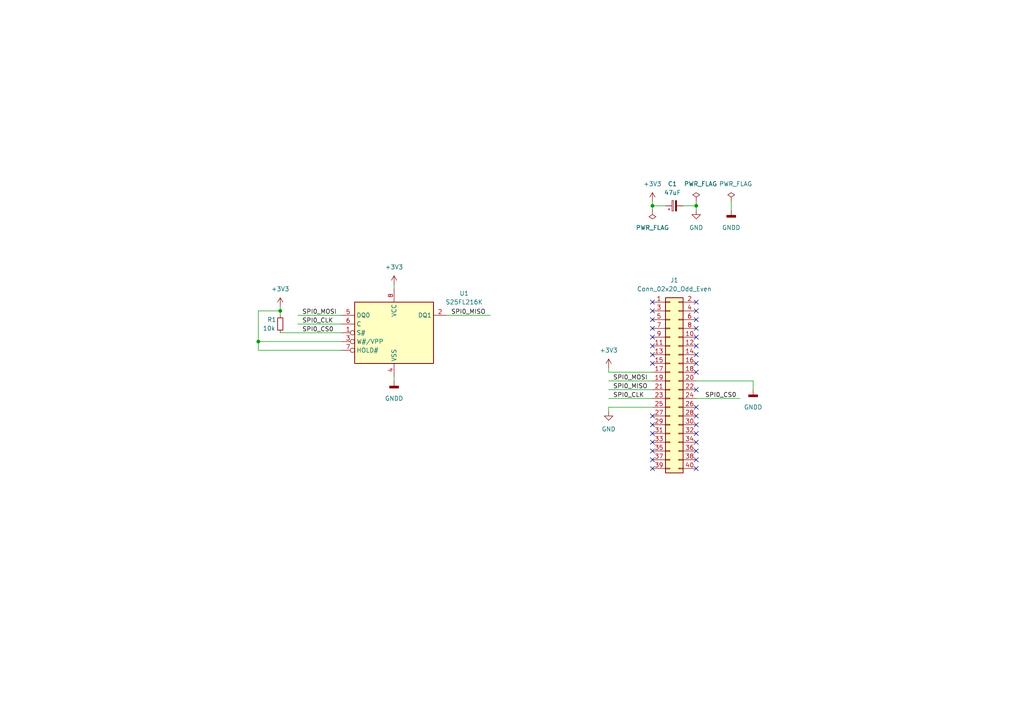
<source format=kicad_sch>
(kicad_sch (version 20211123) (generator eeschema)

  (uuid e63e39d7-6ac0-4ffd-8aa3-1841a4541b55)

  (paper "A4")

  (lib_symbols
    (symbol "Connector_Generic:Conn_02x20_Odd_Even" (pin_names (offset 1.016) hide) (in_bom yes) (on_board yes)
      (property "Reference" "J" (id 0) (at 1.27 25.4 0)
        (effects (font (size 1.27 1.27)))
      )
      (property "Value" "Conn_02x20_Odd_Even" (id 1) (at 1.27 -27.94 0)
        (effects (font (size 1.27 1.27)))
      )
      (property "Footprint" "" (id 2) (at 0 0 0)
        (effects (font (size 1.27 1.27)) hide)
      )
      (property "Datasheet" "~" (id 3) (at 0 0 0)
        (effects (font (size 1.27 1.27)) hide)
      )
      (property "ki_keywords" "connector" (id 4) (at 0 0 0)
        (effects (font (size 1.27 1.27)) hide)
      )
      (property "ki_description" "Generic connector, double row, 02x20, odd/even pin numbering scheme (row 1 odd numbers, row 2 even numbers), script generated (kicad-library-utils/schlib/autogen/connector/)" (id 5) (at 0 0 0)
        (effects (font (size 1.27 1.27)) hide)
      )
      (property "ki_fp_filters" "Connector*:*_2x??_*" (id 6) (at 0 0 0)
        (effects (font (size 1.27 1.27)) hide)
      )
      (symbol "Conn_02x20_Odd_Even_1_1"
        (rectangle (start -1.27 -25.273) (end 0 -25.527)
          (stroke (width 0.1524) (type default) (color 0 0 0 0))
          (fill (type none))
        )
        (rectangle (start -1.27 -22.733) (end 0 -22.987)
          (stroke (width 0.1524) (type default) (color 0 0 0 0))
          (fill (type none))
        )
        (rectangle (start -1.27 -20.193) (end 0 -20.447)
          (stroke (width 0.1524) (type default) (color 0 0 0 0))
          (fill (type none))
        )
        (rectangle (start -1.27 -17.653) (end 0 -17.907)
          (stroke (width 0.1524) (type default) (color 0 0 0 0))
          (fill (type none))
        )
        (rectangle (start -1.27 -15.113) (end 0 -15.367)
          (stroke (width 0.1524) (type default) (color 0 0 0 0))
          (fill (type none))
        )
        (rectangle (start -1.27 -12.573) (end 0 -12.827)
          (stroke (width 0.1524) (type default) (color 0 0 0 0))
          (fill (type none))
        )
        (rectangle (start -1.27 -10.033) (end 0 -10.287)
          (stroke (width 0.1524) (type default) (color 0 0 0 0))
          (fill (type none))
        )
        (rectangle (start -1.27 -7.493) (end 0 -7.747)
          (stroke (width 0.1524) (type default) (color 0 0 0 0))
          (fill (type none))
        )
        (rectangle (start -1.27 -4.953) (end 0 -5.207)
          (stroke (width 0.1524) (type default) (color 0 0 0 0))
          (fill (type none))
        )
        (rectangle (start -1.27 -2.413) (end 0 -2.667)
          (stroke (width 0.1524) (type default) (color 0 0 0 0))
          (fill (type none))
        )
        (rectangle (start -1.27 0.127) (end 0 -0.127)
          (stroke (width 0.1524) (type default) (color 0 0 0 0))
          (fill (type none))
        )
        (rectangle (start -1.27 2.667) (end 0 2.413)
          (stroke (width 0.1524) (type default) (color 0 0 0 0))
          (fill (type none))
        )
        (rectangle (start -1.27 5.207) (end 0 4.953)
          (stroke (width 0.1524) (type default) (color 0 0 0 0))
          (fill (type none))
        )
        (rectangle (start -1.27 7.747) (end 0 7.493)
          (stroke (width 0.1524) (type default) (color 0 0 0 0))
          (fill (type none))
        )
        (rectangle (start -1.27 10.287) (end 0 10.033)
          (stroke (width 0.1524) (type default) (color 0 0 0 0))
          (fill (type none))
        )
        (rectangle (start -1.27 12.827) (end 0 12.573)
          (stroke (width 0.1524) (type default) (color 0 0 0 0))
          (fill (type none))
        )
        (rectangle (start -1.27 15.367) (end 0 15.113)
          (stroke (width 0.1524) (type default) (color 0 0 0 0))
          (fill (type none))
        )
        (rectangle (start -1.27 17.907) (end 0 17.653)
          (stroke (width 0.1524) (type default) (color 0 0 0 0))
          (fill (type none))
        )
        (rectangle (start -1.27 20.447) (end 0 20.193)
          (stroke (width 0.1524) (type default) (color 0 0 0 0))
          (fill (type none))
        )
        (rectangle (start -1.27 22.987) (end 0 22.733)
          (stroke (width 0.1524) (type default) (color 0 0 0 0))
          (fill (type none))
        )
        (rectangle (start -1.27 24.13) (end 3.81 -26.67)
          (stroke (width 0.254) (type default) (color 0 0 0 0))
          (fill (type background))
        )
        (rectangle (start 3.81 -25.273) (end 2.54 -25.527)
          (stroke (width 0.1524) (type default) (color 0 0 0 0))
          (fill (type none))
        )
        (rectangle (start 3.81 -22.733) (end 2.54 -22.987)
          (stroke (width 0.1524) (type default) (color 0 0 0 0))
          (fill (type none))
        )
        (rectangle (start 3.81 -20.193) (end 2.54 -20.447)
          (stroke (width 0.1524) (type default) (color 0 0 0 0))
          (fill (type none))
        )
        (rectangle (start 3.81 -17.653) (end 2.54 -17.907)
          (stroke (width 0.1524) (type default) (color 0 0 0 0))
          (fill (type none))
        )
        (rectangle (start 3.81 -15.113) (end 2.54 -15.367)
          (stroke (width 0.1524) (type default) (color 0 0 0 0))
          (fill (type none))
        )
        (rectangle (start 3.81 -12.573) (end 2.54 -12.827)
          (stroke (width 0.1524) (type default) (color 0 0 0 0))
          (fill (type none))
        )
        (rectangle (start 3.81 -10.033) (end 2.54 -10.287)
          (stroke (width 0.1524) (type default) (color 0 0 0 0))
          (fill (type none))
        )
        (rectangle (start 3.81 -7.493) (end 2.54 -7.747)
          (stroke (width 0.1524) (type default) (color 0 0 0 0))
          (fill (type none))
        )
        (rectangle (start 3.81 -4.953) (end 2.54 -5.207)
          (stroke (width 0.1524) (type default) (color 0 0 0 0))
          (fill (type none))
        )
        (rectangle (start 3.81 -2.413) (end 2.54 -2.667)
          (stroke (width 0.1524) (type default) (color 0 0 0 0))
          (fill (type none))
        )
        (rectangle (start 3.81 0.127) (end 2.54 -0.127)
          (stroke (width 0.1524) (type default) (color 0 0 0 0))
          (fill (type none))
        )
        (rectangle (start 3.81 2.667) (end 2.54 2.413)
          (stroke (width 0.1524) (type default) (color 0 0 0 0))
          (fill (type none))
        )
        (rectangle (start 3.81 5.207) (end 2.54 4.953)
          (stroke (width 0.1524) (type default) (color 0 0 0 0))
          (fill (type none))
        )
        (rectangle (start 3.81 7.747) (end 2.54 7.493)
          (stroke (width 0.1524) (type default) (color 0 0 0 0))
          (fill (type none))
        )
        (rectangle (start 3.81 10.287) (end 2.54 10.033)
          (stroke (width 0.1524) (type default) (color 0 0 0 0))
          (fill (type none))
        )
        (rectangle (start 3.81 12.827) (end 2.54 12.573)
          (stroke (width 0.1524) (type default) (color 0 0 0 0))
          (fill (type none))
        )
        (rectangle (start 3.81 15.367) (end 2.54 15.113)
          (stroke (width 0.1524) (type default) (color 0 0 0 0))
          (fill (type none))
        )
        (rectangle (start 3.81 17.907) (end 2.54 17.653)
          (stroke (width 0.1524) (type default) (color 0 0 0 0))
          (fill (type none))
        )
        (rectangle (start 3.81 20.447) (end 2.54 20.193)
          (stroke (width 0.1524) (type default) (color 0 0 0 0))
          (fill (type none))
        )
        (rectangle (start 3.81 22.987) (end 2.54 22.733)
          (stroke (width 0.1524) (type default) (color 0 0 0 0))
          (fill (type none))
        )
        (pin passive line (at -5.08 22.86 0) (length 3.81)
          (name "Pin_1" (effects (font (size 1.27 1.27))))
          (number "1" (effects (font (size 1.27 1.27))))
        )
        (pin passive line (at 7.62 12.7 180) (length 3.81)
          (name "Pin_10" (effects (font (size 1.27 1.27))))
          (number "10" (effects (font (size 1.27 1.27))))
        )
        (pin passive line (at -5.08 10.16 0) (length 3.81)
          (name "Pin_11" (effects (font (size 1.27 1.27))))
          (number "11" (effects (font (size 1.27 1.27))))
        )
        (pin passive line (at 7.62 10.16 180) (length 3.81)
          (name "Pin_12" (effects (font (size 1.27 1.27))))
          (number "12" (effects (font (size 1.27 1.27))))
        )
        (pin passive line (at -5.08 7.62 0) (length 3.81)
          (name "Pin_13" (effects (font (size 1.27 1.27))))
          (number "13" (effects (font (size 1.27 1.27))))
        )
        (pin passive line (at 7.62 7.62 180) (length 3.81)
          (name "Pin_14" (effects (font (size 1.27 1.27))))
          (number "14" (effects (font (size 1.27 1.27))))
        )
        (pin passive line (at -5.08 5.08 0) (length 3.81)
          (name "Pin_15" (effects (font (size 1.27 1.27))))
          (number "15" (effects (font (size 1.27 1.27))))
        )
        (pin passive line (at 7.62 5.08 180) (length 3.81)
          (name "Pin_16" (effects (font (size 1.27 1.27))))
          (number "16" (effects (font (size 1.27 1.27))))
        )
        (pin passive line (at -5.08 2.54 0) (length 3.81)
          (name "Pin_17" (effects (font (size 1.27 1.27))))
          (number "17" (effects (font (size 1.27 1.27))))
        )
        (pin passive line (at 7.62 2.54 180) (length 3.81)
          (name "Pin_18" (effects (font (size 1.27 1.27))))
          (number "18" (effects (font (size 1.27 1.27))))
        )
        (pin passive line (at -5.08 0 0) (length 3.81)
          (name "Pin_19" (effects (font (size 1.27 1.27))))
          (number "19" (effects (font (size 1.27 1.27))))
        )
        (pin passive line (at 7.62 22.86 180) (length 3.81)
          (name "Pin_2" (effects (font (size 1.27 1.27))))
          (number "2" (effects (font (size 1.27 1.27))))
        )
        (pin passive line (at 7.62 0 180) (length 3.81)
          (name "Pin_20" (effects (font (size 1.27 1.27))))
          (number "20" (effects (font (size 1.27 1.27))))
        )
        (pin passive line (at -5.08 -2.54 0) (length 3.81)
          (name "Pin_21" (effects (font (size 1.27 1.27))))
          (number "21" (effects (font (size 1.27 1.27))))
        )
        (pin passive line (at 7.62 -2.54 180) (length 3.81)
          (name "Pin_22" (effects (font (size 1.27 1.27))))
          (number "22" (effects (font (size 1.27 1.27))))
        )
        (pin passive line (at -5.08 -5.08 0) (length 3.81)
          (name "Pin_23" (effects (font (size 1.27 1.27))))
          (number "23" (effects (font (size 1.27 1.27))))
        )
        (pin passive line (at 7.62 -5.08 180) (length 3.81)
          (name "Pin_24" (effects (font (size 1.27 1.27))))
          (number "24" (effects (font (size 1.27 1.27))))
        )
        (pin passive line (at -5.08 -7.62 0) (length 3.81)
          (name "Pin_25" (effects (font (size 1.27 1.27))))
          (number "25" (effects (font (size 1.27 1.27))))
        )
        (pin passive line (at 7.62 -7.62 180) (length 3.81)
          (name "Pin_26" (effects (font (size 1.27 1.27))))
          (number "26" (effects (font (size 1.27 1.27))))
        )
        (pin passive line (at -5.08 -10.16 0) (length 3.81)
          (name "Pin_27" (effects (font (size 1.27 1.27))))
          (number "27" (effects (font (size 1.27 1.27))))
        )
        (pin passive line (at 7.62 -10.16 180) (length 3.81)
          (name "Pin_28" (effects (font (size 1.27 1.27))))
          (number "28" (effects (font (size 1.27 1.27))))
        )
        (pin passive line (at -5.08 -12.7 0) (length 3.81)
          (name "Pin_29" (effects (font (size 1.27 1.27))))
          (number "29" (effects (font (size 1.27 1.27))))
        )
        (pin passive line (at -5.08 20.32 0) (length 3.81)
          (name "Pin_3" (effects (font (size 1.27 1.27))))
          (number "3" (effects (font (size 1.27 1.27))))
        )
        (pin passive line (at 7.62 -12.7 180) (length 3.81)
          (name "Pin_30" (effects (font (size 1.27 1.27))))
          (number "30" (effects (font (size 1.27 1.27))))
        )
        (pin passive line (at -5.08 -15.24 0) (length 3.81)
          (name "Pin_31" (effects (font (size 1.27 1.27))))
          (number "31" (effects (font (size 1.27 1.27))))
        )
        (pin passive line (at 7.62 -15.24 180) (length 3.81)
          (name "Pin_32" (effects (font (size 1.27 1.27))))
          (number "32" (effects (font (size 1.27 1.27))))
        )
        (pin passive line (at -5.08 -17.78 0) (length 3.81)
          (name "Pin_33" (effects (font (size 1.27 1.27))))
          (number "33" (effects (font (size 1.27 1.27))))
        )
        (pin passive line (at 7.62 -17.78 180) (length 3.81)
          (name "Pin_34" (effects (font (size 1.27 1.27))))
          (number "34" (effects (font (size 1.27 1.27))))
        )
        (pin passive line (at -5.08 -20.32 0) (length 3.81)
          (name "Pin_35" (effects (font (size 1.27 1.27))))
          (number "35" (effects (font (size 1.27 1.27))))
        )
        (pin passive line (at 7.62 -20.32 180) (length 3.81)
          (name "Pin_36" (effects (font (size 1.27 1.27))))
          (number "36" (effects (font (size 1.27 1.27))))
        )
        (pin passive line (at -5.08 -22.86 0) (length 3.81)
          (name "Pin_37" (effects (font (size 1.27 1.27))))
          (number "37" (effects (font (size 1.27 1.27))))
        )
        (pin passive line (at 7.62 -22.86 180) (length 3.81)
          (name "Pin_38" (effects (font (size 1.27 1.27))))
          (number "38" (effects (font (size 1.27 1.27))))
        )
        (pin passive line (at -5.08 -25.4 0) (length 3.81)
          (name "Pin_39" (effects (font (size 1.27 1.27))))
          (number "39" (effects (font (size 1.27 1.27))))
        )
        (pin passive line (at 7.62 20.32 180) (length 3.81)
          (name "Pin_4" (effects (font (size 1.27 1.27))))
          (number "4" (effects (font (size 1.27 1.27))))
        )
        (pin passive line (at 7.62 -25.4 180) (length 3.81)
          (name "Pin_40" (effects (font (size 1.27 1.27))))
          (number "40" (effects (font (size 1.27 1.27))))
        )
        (pin passive line (at -5.08 17.78 0) (length 3.81)
          (name "Pin_5" (effects (font (size 1.27 1.27))))
          (number "5" (effects (font (size 1.27 1.27))))
        )
        (pin passive line (at 7.62 17.78 180) (length 3.81)
          (name "Pin_6" (effects (font (size 1.27 1.27))))
          (number "6" (effects (font (size 1.27 1.27))))
        )
        (pin passive line (at -5.08 15.24 0) (length 3.81)
          (name "Pin_7" (effects (font (size 1.27 1.27))))
          (number "7" (effects (font (size 1.27 1.27))))
        )
        (pin passive line (at 7.62 15.24 180) (length 3.81)
          (name "Pin_8" (effects (font (size 1.27 1.27))))
          (number "8" (effects (font (size 1.27 1.27))))
        )
        (pin passive line (at -5.08 12.7 0) (length 3.81)
          (name "Pin_9" (effects (font (size 1.27 1.27))))
          (number "9" (effects (font (size 1.27 1.27))))
        )
      )
    )
    (symbol "Device:C_Polarized_Small" (pin_numbers hide) (pin_names (offset 0.254) hide) (in_bom yes) (on_board yes)
      (property "Reference" "C" (id 0) (at 0.254 1.778 0)
        (effects (font (size 1.27 1.27)) (justify left))
      )
      (property "Value" "C_Polarized_Small" (id 1) (at 0.254 -2.032 0)
        (effects (font (size 1.27 1.27)) (justify left))
      )
      (property "Footprint" "" (id 2) (at 0 0 0)
        (effects (font (size 1.27 1.27)) hide)
      )
      (property "Datasheet" "~" (id 3) (at 0 0 0)
        (effects (font (size 1.27 1.27)) hide)
      )
      (property "ki_keywords" "cap capacitor" (id 4) (at 0 0 0)
        (effects (font (size 1.27 1.27)) hide)
      )
      (property "ki_description" "Polarized capacitor, small symbol" (id 5) (at 0 0 0)
        (effects (font (size 1.27 1.27)) hide)
      )
      (property "ki_fp_filters" "CP_*" (id 6) (at 0 0 0)
        (effects (font (size 1.27 1.27)) hide)
      )
      (symbol "C_Polarized_Small_0_1"
        (rectangle (start -1.524 -0.3048) (end 1.524 -0.6858)
          (stroke (width 0) (type default) (color 0 0 0 0))
          (fill (type outline))
        )
        (rectangle (start -1.524 0.6858) (end 1.524 0.3048)
          (stroke (width 0) (type default) (color 0 0 0 0))
          (fill (type none))
        )
        (polyline
          (pts
            (xy -1.27 1.524)
            (xy -0.762 1.524)
          )
          (stroke (width 0) (type default) (color 0 0 0 0))
          (fill (type none))
        )
        (polyline
          (pts
            (xy -1.016 1.27)
            (xy -1.016 1.778)
          )
          (stroke (width 0) (type default) (color 0 0 0 0))
          (fill (type none))
        )
      )
      (symbol "C_Polarized_Small_1_1"
        (pin passive line (at 0 2.54 270) (length 1.8542)
          (name "~" (effects (font (size 1.27 1.27))))
          (number "1" (effects (font (size 1.27 1.27))))
        )
        (pin passive line (at 0 -2.54 90) (length 1.8542)
          (name "~" (effects (font (size 1.27 1.27))))
          (number "2" (effects (font (size 1.27 1.27))))
        )
      )
    )
    (symbol "Device:R_Small" (pin_numbers hide) (pin_names (offset 0.254) hide) (in_bom yes) (on_board yes)
      (property "Reference" "R" (id 0) (at 0.762 0.508 0)
        (effects (font (size 1.27 1.27)) (justify left))
      )
      (property "Value" "R_Small" (id 1) (at 0.762 -1.016 0)
        (effects (font (size 1.27 1.27)) (justify left))
      )
      (property "Footprint" "" (id 2) (at 0 0 0)
        (effects (font (size 1.27 1.27)) hide)
      )
      (property "Datasheet" "~" (id 3) (at 0 0 0)
        (effects (font (size 1.27 1.27)) hide)
      )
      (property "ki_keywords" "R resistor" (id 4) (at 0 0 0)
        (effects (font (size 1.27 1.27)) hide)
      )
      (property "ki_description" "Resistor, small symbol" (id 5) (at 0 0 0)
        (effects (font (size 1.27 1.27)) hide)
      )
      (property "ki_fp_filters" "R_*" (id 6) (at 0 0 0)
        (effects (font (size 1.27 1.27)) hide)
      )
      (symbol "R_Small_0_1"
        (rectangle (start -0.762 1.778) (end 0.762 -1.778)
          (stroke (width 0.2032) (type default) (color 0 0 0 0))
          (fill (type none))
        )
      )
      (symbol "R_Small_1_1"
        (pin passive line (at 0 2.54 270) (length 0.762)
          (name "~" (effects (font (size 1.27 1.27))))
          (number "1" (effects (font (size 1.27 1.27))))
        )
        (pin passive line (at 0 -2.54 90) (length 0.762)
          (name "~" (effects (font (size 1.27 1.27))))
          (number "2" (effects (font (size 1.27 1.27))))
        )
      )
    )
    (symbol "Memory_Flash:M25PX32-VMW" (in_bom yes) (on_board yes)
      (property "Reference" "U" (id 0) (at -10.16 10.16 0)
        (effects (font (size 1.27 1.27)))
      )
      (property "Value" "M25PX32-VMW" (id 1) (at 7.62 -10.16 0)
        (effects (font (size 1.27 1.27)))
      )
      (property "Footprint" "Package_SO:SOIC-8W_5.3x5.3mm_P1.27mm" (id 2) (at 16.51 1.27 0)
        (effects (font (size 1.27 1.27)) hide)
      )
      (property "Datasheet" "https://www.micron.com/~/media/documents/products/data-sheet/nor-flash/serial-nor/m25px/m25px32.pdf" (id 3) (at 3.81 -2.54 0)
        (effects (font (size 1.27 1.27)) hide)
      )
      (property "ki_keywords" "NOR Serial Flash Embedded Memory" (id 4) (at 0 0 0)
        (effects (font (size 1.27 1.27)) hide)
      )
      (property "ki_description" "32Mb, Dual I/O, 4KB Subsector Erase, 3V Serial Flash Memory with 75 MHz SPI Bus Interface, SOIC-8W" (id 5) (at 0 0 0)
        (effects (font (size 1.27 1.27)) hide)
      )
      (property "ki_fp_filters" "SOIC*5.3x5.3mm*P1.27mm*" (id 6) (at 0 0 0)
        (effects (font (size 1.27 1.27)) hide)
      )
      (symbol "M25PX32-VMW_0_1"
        (rectangle (start -11.43 8.89) (end 11.43 -8.89)
          (stroke (width 0.254) (type default) (color 0 0 0 0))
          (fill (type background))
        )
      )
      (symbol "M25PX32-VMW_1_1"
        (pin input inverted (at -15.24 0 0) (length 3.81)
          (name "S#" (effects (font (size 1.27 1.27))))
          (number "1" (effects (font (size 1.27 1.27))))
        )
        (pin bidirectional line (at 15.24 5.08 180) (length 3.81)
          (name "DQ1" (effects (font (size 1.27 1.27))))
          (number "2" (effects (font (size 1.27 1.27))))
        )
        (pin input inverted (at -15.24 -2.54 0) (length 3.81)
          (name "W#/VPP" (effects (font (size 1.27 1.27))))
          (number "3" (effects (font (size 1.27 1.27))))
        )
        (pin power_in line (at 0 -12.7 90) (length 3.81)
          (name "VSS" (effects (font (size 1.27 1.27))))
          (number "4" (effects (font (size 1.27 1.27))))
        )
        (pin bidirectional line (at -15.24 5.08 0) (length 3.81)
          (name "DQ0" (effects (font (size 1.27 1.27))))
          (number "5" (effects (font (size 1.27 1.27))))
        )
        (pin input line (at -15.24 2.54 0) (length 3.81)
          (name "C" (effects (font (size 1.27 1.27))))
          (number "6" (effects (font (size 1.27 1.27))))
        )
        (pin input inverted (at -15.24 -5.08 0) (length 3.81)
          (name "HOLD#" (effects (font (size 1.27 1.27))))
          (number "7" (effects (font (size 1.27 1.27))))
        )
        (pin power_in line (at 0 12.7 270) (length 3.81)
          (name "VCC" (effects (font (size 1.27 1.27))))
          (number "8" (effects (font (size 1.27 1.27))))
        )
      )
    )
    (symbol "power:+3V3" (power) (pin_names (offset 0)) (in_bom yes) (on_board yes)
      (property "Reference" "#PWR" (id 0) (at 0 -3.81 0)
        (effects (font (size 1.27 1.27)) hide)
      )
      (property "Value" "+3V3" (id 1) (at 0 3.556 0)
        (effects (font (size 1.27 1.27)))
      )
      (property "Footprint" "" (id 2) (at 0 0 0)
        (effects (font (size 1.27 1.27)) hide)
      )
      (property "Datasheet" "" (id 3) (at 0 0 0)
        (effects (font (size 1.27 1.27)) hide)
      )
      (property "ki_keywords" "power-flag" (id 4) (at 0 0 0)
        (effects (font (size 1.27 1.27)) hide)
      )
      (property "ki_description" "Power symbol creates a global label with name \"+3V3\"" (id 5) (at 0 0 0)
        (effects (font (size 1.27 1.27)) hide)
      )
      (symbol "+3V3_0_1"
        (polyline
          (pts
            (xy -0.762 1.27)
            (xy 0 2.54)
          )
          (stroke (width 0) (type default) (color 0 0 0 0))
          (fill (type none))
        )
        (polyline
          (pts
            (xy 0 0)
            (xy 0 2.54)
          )
          (stroke (width 0) (type default) (color 0 0 0 0))
          (fill (type none))
        )
        (polyline
          (pts
            (xy 0 2.54)
            (xy 0.762 1.27)
          )
          (stroke (width 0) (type default) (color 0 0 0 0))
          (fill (type none))
        )
      )
      (symbol "+3V3_1_1"
        (pin power_in line (at 0 0 90) (length 0) hide
          (name "+3V3" (effects (font (size 1.27 1.27))))
          (number "1" (effects (font (size 1.27 1.27))))
        )
      )
    )
    (symbol "power:GND" (power) (pin_names (offset 0)) (in_bom yes) (on_board yes)
      (property "Reference" "#PWR" (id 0) (at 0 -6.35 0)
        (effects (font (size 1.27 1.27)) hide)
      )
      (property "Value" "GND" (id 1) (at 0 -3.81 0)
        (effects (font (size 1.27 1.27)))
      )
      (property "Footprint" "" (id 2) (at 0 0 0)
        (effects (font (size 1.27 1.27)) hide)
      )
      (property "Datasheet" "" (id 3) (at 0 0 0)
        (effects (font (size 1.27 1.27)) hide)
      )
      (property "ki_keywords" "power-flag" (id 4) (at 0 0 0)
        (effects (font (size 1.27 1.27)) hide)
      )
      (property "ki_description" "Power symbol creates a global label with name \"GND\" , ground" (id 5) (at 0 0 0)
        (effects (font (size 1.27 1.27)) hide)
      )
      (symbol "GND_0_1"
        (polyline
          (pts
            (xy 0 0)
            (xy 0 -1.27)
            (xy 1.27 -1.27)
            (xy 0 -2.54)
            (xy -1.27 -1.27)
            (xy 0 -1.27)
          )
          (stroke (width 0) (type default) (color 0 0 0 0))
          (fill (type none))
        )
      )
      (symbol "GND_1_1"
        (pin power_in line (at 0 0 270) (length 0) hide
          (name "GND" (effects (font (size 1.27 1.27))))
          (number "1" (effects (font (size 1.27 1.27))))
        )
      )
    )
    (symbol "power:GNDD" (power) (pin_names (offset 0)) (in_bom yes) (on_board yes)
      (property "Reference" "#PWR" (id 0) (at 0 -6.35 0)
        (effects (font (size 1.27 1.27)) hide)
      )
      (property "Value" "GNDD" (id 1) (at 0 -3.175 0)
        (effects (font (size 1.27 1.27)))
      )
      (property "Footprint" "" (id 2) (at 0 0 0)
        (effects (font (size 1.27 1.27)) hide)
      )
      (property "Datasheet" "" (id 3) (at 0 0 0)
        (effects (font (size 1.27 1.27)) hide)
      )
      (property "ki_keywords" "power-flag" (id 4) (at 0 0 0)
        (effects (font (size 1.27 1.27)) hide)
      )
      (property "ki_description" "Power symbol creates a global label with name \"GNDD\" , digital ground" (id 5) (at 0 0 0)
        (effects (font (size 1.27 1.27)) hide)
      )
      (symbol "GNDD_0_1"
        (rectangle (start -1.27 -1.524) (end 1.27 -2.032)
          (stroke (width 0.254) (type default) (color 0 0 0 0))
          (fill (type outline))
        )
        (polyline
          (pts
            (xy 0 0)
            (xy 0 -1.524)
          )
          (stroke (width 0) (type default) (color 0 0 0 0))
          (fill (type none))
        )
      )
      (symbol "GNDD_1_1"
        (pin power_in line (at 0 0 270) (length 0) hide
          (name "GNDD" (effects (font (size 1.27 1.27))))
          (number "1" (effects (font (size 1.27 1.27))))
        )
      )
    )
    (symbol "power:PWR_FLAG" (power) (pin_numbers hide) (pin_names (offset 0) hide) (in_bom yes) (on_board yes)
      (property "Reference" "#FLG" (id 0) (at 0 1.905 0)
        (effects (font (size 1.27 1.27)) hide)
      )
      (property "Value" "PWR_FLAG" (id 1) (at 0 3.81 0)
        (effects (font (size 1.27 1.27)))
      )
      (property "Footprint" "" (id 2) (at 0 0 0)
        (effects (font (size 1.27 1.27)) hide)
      )
      (property "Datasheet" "~" (id 3) (at 0 0 0)
        (effects (font (size 1.27 1.27)) hide)
      )
      (property "ki_keywords" "power-flag" (id 4) (at 0 0 0)
        (effects (font (size 1.27 1.27)) hide)
      )
      (property "ki_description" "Special symbol for telling ERC where power comes from" (id 5) (at 0 0 0)
        (effects (font (size 1.27 1.27)) hide)
      )
      (symbol "PWR_FLAG_0_0"
        (pin power_out line (at 0 0 90) (length 0)
          (name "pwr" (effects (font (size 1.27 1.27))))
          (number "1" (effects (font (size 1.27 1.27))))
        )
      )
      (symbol "PWR_FLAG_0_1"
        (polyline
          (pts
            (xy 0 0)
            (xy 0 1.27)
            (xy -1.016 1.905)
            (xy 0 2.54)
            (xy 1.016 1.905)
            (xy 0 1.27)
          )
          (stroke (width 0) (type default) (color 0 0 0 0))
          (fill (type none))
        )
      )
    )
  )


  (junction (at 81.28 90.17) (diameter 0) (color 0 0 0 0)
    (uuid 1004d0cd-c3de-46b2-a8fa-4f6e31b35d20)
  )
  (junction (at 189.23 59.69) (diameter 0) (color 0 0 0 0)
    (uuid 178e090d-c8ec-4342-b8b6-ad621571b487)
  )
  (junction (at 201.93 59.69) (diameter 0) (color 0 0 0 0)
    (uuid 368ddf02-622c-4a42-b001-ad4890a222cf)
  )
  (junction (at 74.93 99.06) (diameter 0) (color 0 0 0 0)
    (uuid f5c604d6-45cf-4686-9169-1c83cdc91bae)
  )

  (no_connect (at 189.23 135.89) (uuid 07b3a928-14ee-4193-b413-032e9ecb7c9d))
  (no_connect (at 201.93 130.81) (uuid 07b3a928-14ee-4193-b413-032e9ecb7c9e))
  (no_connect (at 201.93 135.89) (uuid 07b3a928-14ee-4193-b413-032e9ecb7c9f))
  (no_connect (at 189.23 133.35) (uuid 07b3a928-14ee-4193-b413-032e9ecb7ca0))
  (no_connect (at 201.93 128.27) (uuid 07b3a928-14ee-4193-b413-032e9ecb7ca1))
  (no_connect (at 201.93 133.35) (uuid 07b3a928-14ee-4193-b413-032e9ecb7ca2))
  (no_connect (at 189.23 125.73) (uuid 07b3a928-14ee-4193-b413-032e9ecb7ca3))
  (no_connect (at 189.23 123.19) (uuid 07b3a928-14ee-4193-b413-032e9ecb7ca4))
  (no_connect (at 189.23 120.65) (uuid 07b3a928-14ee-4193-b413-032e9ecb7ca5))
  (no_connect (at 189.23 128.27) (uuid 07b3a928-14ee-4193-b413-032e9ecb7ca6))
  (no_connect (at 189.23 130.81) (uuid 07b3a928-14ee-4193-b413-032e9ecb7ca7))
  (no_connect (at 201.93 123.19) (uuid 07b3a928-14ee-4193-b413-032e9ecb7ca8))
  (no_connect (at 201.93 118.11) (uuid 07b3a928-14ee-4193-b413-032e9ecb7ca9))
  (no_connect (at 201.93 125.73) (uuid 07b3a928-14ee-4193-b413-032e9ecb7caa))
  (no_connect (at 201.93 120.65) (uuid 07b3a928-14ee-4193-b413-032e9ecb7cab))
  (no_connect (at 189.23 105.41) (uuid 07b3a928-14ee-4193-b413-032e9ecb7cac))
  (no_connect (at 201.93 107.95) (uuid 07b3a928-14ee-4193-b413-032e9ecb7cad))
  (no_connect (at 201.93 113.03) (uuid 07b3a928-14ee-4193-b413-032e9ecb7caf))
  (no_connect (at 201.93 105.41) (uuid 07b3a928-14ee-4193-b413-032e9ecb7cb0))
  (no_connect (at 201.93 92.71) (uuid 07b3a928-14ee-4193-b413-032e9ecb7cb1))
  (no_connect (at 201.93 95.25) (uuid 07b3a928-14ee-4193-b413-032e9ecb7cb2))
  (no_connect (at 201.93 100.33) (uuid 07b3a928-14ee-4193-b413-032e9ecb7cb3))
  (no_connect (at 201.93 97.79) (uuid 07b3a928-14ee-4193-b413-032e9ecb7cb4))
  (no_connect (at 201.93 102.87) (uuid 07b3a928-14ee-4193-b413-032e9ecb7cb5))
  (no_connect (at 189.23 92.71) (uuid 07b3a928-14ee-4193-b413-032e9ecb7cb6))
  (no_connect (at 189.23 100.33) (uuid 07b3a928-14ee-4193-b413-032e9ecb7cb7))
  (no_connect (at 189.23 97.79) (uuid 07b3a928-14ee-4193-b413-032e9ecb7cb8))
  (no_connect (at 189.23 95.25) (uuid 07b3a928-14ee-4193-b413-032e9ecb7cb9))
  (no_connect (at 189.23 102.87) (uuid 07b3a928-14ee-4193-b413-032e9ecb7cba))
  (no_connect (at 201.93 87.63) (uuid 07b3a928-14ee-4193-b413-032e9ecb7cbb))
  (no_connect (at 189.23 87.63) (uuid 07b3a928-14ee-4193-b413-032e9ecb7cbc))
  (no_connect (at 189.23 90.17) (uuid 07b3a928-14ee-4193-b413-032e9ecb7cbd))
  (no_connect (at 201.93 90.17) (uuid 07b3a928-14ee-4193-b413-032e9ecb7cbe))

  (wire (pts (xy 74.93 99.06) (xy 99.06 99.06))
    (stroke (width 0) (type default) (color 0 0 0 0))
    (uuid 00e74d54-09df-495b-9a27-66b55a67fac2)
  )
  (wire (pts (xy 176.53 118.11) (xy 176.53 119.38))
    (stroke (width 0) (type default) (color 0 0 0 0))
    (uuid 0b1fa733-4c6e-4953-aed7-e3155062a632)
  )
  (wire (pts (xy 176.53 110.49) (xy 189.23 110.49))
    (stroke (width 0) (type default) (color 0 0 0 0))
    (uuid 0bfc7916-d2b0-41aa-abaf-fcd59afa0688)
  )
  (wire (pts (xy 81.28 88.9) (xy 81.28 90.17))
    (stroke (width 0) (type default) (color 0 0 0 0))
    (uuid 0efc937e-1a80-4e34-ad1e-2442c67c2561)
  )
  (wire (pts (xy 201.93 115.57) (xy 214.63 115.57))
    (stroke (width 0) (type default) (color 0 0 0 0))
    (uuid 111a9cf1-58cb-4410-953d-499d23c85f0f)
  )
  (wire (pts (xy 74.93 90.17) (xy 81.28 90.17))
    (stroke (width 0) (type default) (color 0 0 0 0))
    (uuid 13f06655-d7a7-4882-91ae-1f4fd3d437e7)
  )
  (wire (pts (xy 189.23 59.69) (xy 189.23 60.96))
    (stroke (width 0) (type default) (color 0 0 0 0))
    (uuid 1be44b41-531e-4008-b33a-41775167b5d6)
  )
  (wire (pts (xy 74.93 101.6) (xy 99.06 101.6))
    (stroke (width 0) (type default) (color 0 0 0 0))
    (uuid 30bdd897-6bdd-4e80-a939-d73697c9a636)
  )
  (wire (pts (xy 74.93 101.6) (xy 74.93 99.06))
    (stroke (width 0) (type default) (color 0 0 0 0))
    (uuid 35664df1-1747-4eda-a9a2-a4fb31bb38de)
  )
  (wire (pts (xy 201.93 110.49) (xy 218.44 110.49))
    (stroke (width 0) (type default) (color 0 0 0 0))
    (uuid 417cab61-2cad-4fc3-be91-5e5ffd129dee)
  )
  (wire (pts (xy 114.3 109.22) (xy 114.3 110.49))
    (stroke (width 0) (type default) (color 0 0 0 0))
    (uuid 47e9176b-7645-4e81-a674-997e0807d302)
  )
  (wire (pts (xy 74.93 90.17) (xy 74.93 99.06))
    (stroke (width 0) (type default) (color 0 0 0 0))
    (uuid 4a885316-edb0-4106-b3c7-a7385a7c28b2)
  )
  (wire (pts (xy 201.93 59.69) (xy 201.93 60.96))
    (stroke (width 0) (type default) (color 0 0 0 0))
    (uuid 506919dc-b99f-49b1-87d9-c25ee48fe757)
  )
  (wire (pts (xy 81.28 96.52) (xy 99.06 96.52))
    (stroke (width 0) (type default) (color 0 0 0 0))
    (uuid 5f4774a4-c892-4e62-9a8b-cd6ceb42e988)
  )
  (wire (pts (xy 212.09 58.42) (xy 212.09 60.96))
    (stroke (width 0) (type default) (color 0 0 0 0))
    (uuid 634c41bb-151a-45be-b06a-eb63cb68c39d)
  )
  (wire (pts (xy 189.23 58.42) (xy 189.23 59.69))
    (stroke (width 0) (type default) (color 0 0 0 0))
    (uuid 7107817e-4de7-433b-b63e-6ea22bfe2389)
  )
  (wire (pts (xy 86.36 93.98) (xy 99.06 93.98))
    (stroke (width 0) (type default) (color 0 0 0 0))
    (uuid 72979311-d32f-4980-a104-8943e5a058b6)
  )
  (wire (pts (xy 176.53 107.95) (xy 189.23 107.95))
    (stroke (width 0) (type default) (color 0 0 0 0))
    (uuid 7f179a59-20ee-467c-9f05-0d781138d7c6)
  )
  (wire (pts (xy 176.53 115.57) (xy 189.23 115.57))
    (stroke (width 0) (type default) (color 0 0 0 0))
    (uuid 8e82036a-9d2a-473f-bde0-dc4d8fd90eaa)
  )
  (wire (pts (xy 81.28 90.17) (xy 81.28 91.44))
    (stroke (width 0) (type default) (color 0 0 0 0))
    (uuid a43d9167-a72c-451a-ab9d-94b0ac88fdbc)
  )
  (wire (pts (xy 86.36 91.44) (xy 99.06 91.44))
    (stroke (width 0) (type default) (color 0 0 0 0))
    (uuid af94f062-8b86-4abc-8c98-0cf73b568538)
  )
  (wire (pts (xy 176.53 113.03) (xy 189.23 113.03))
    (stroke (width 0) (type default) (color 0 0 0 0))
    (uuid b0a56ec1-5a34-4ab9-8fbd-7223052d0bea)
  )
  (wire (pts (xy 198.12 59.69) (xy 201.93 59.69))
    (stroke (width 0) (type default) (color 0 0 0 0))
    (uuid bf93fcc0-350b-4a79-af49-a17437bff2a2)
  )
  (wire (pts (xy 176.53 118.11) (xy 189.23 118.11))
    (stroke (width 0) (type default) (color 0 0 0 0))
    (uuid c6949a1a-c51c-4251-9529-c2cf13ed9794)
  )
  (wire (pts (xy 218.44 110.49) (xy 218.44 113.03))
    (stroke (width 0) (type default) (color 0 0 0 0))
    (uuid d92412d8-b766-45c2-88d5-3d4496f4e83f)
  )
  (wire (pts (xy 129.54 91.44) (xy 142.24 91.44))
    (stroke (width 0) (type default) (color 0 0 0 0))
    (uuid e1d3bcfa-eac6-4fa5-9ecc-ab7cdf83836c)
  )
  (wire (pts (xy 201.93 58.42) (xy 201.93 59.69))
    (stroke (width 0) (type default) (color 0 0 0 0))
    (uuid e6306986-1402-4d7e-8fa6-72fa8b87d70b)
  )
  (wire (pts (xy 189.23 59.69) (xy 193.04 59.69))
    (stroke (width 0) (type default) (color 0 0 0 0))
    (uuid f41d5dcc-afe9-4065-b1ad-fcd07810b635)
  )
  (wire (pts (xy 114.3 82.55) (xy 114.3 83.82))
    (stroke (width 0) (type default) (color 0 0 0 0))
    (uuid fcfea637-90d1-4df5-ade8-e16485a1f9f1)
  )
  (wire (pts (xy 176.53 106.68) (xy 176.53 107.95))
    (stroke (width 0) (type default) (color 0 0 0 0))
    (uuid ffaead30-0ea9-4b16-a913-8f6bd53d08c2)
  )

  (label "SPI0_CS0" (at 204.47 115.57 0)
    (effects (font (size 1.27 1.27)) (justify left bottom))
    (uuid 0da5ad00-fd3e-4503-bc84-fac100a7dc84)
  )
  (label "SPI0_CS0" (at 87.63 96.52 0)
    (effects (font (size 1.27 1.27)) (justify left bottom))
    (uuid 2aee8dc5-020f-422d-8059-630906bd3b6b)
  )
  (label "SPI0_CLK" (at 177.8 115.57 0)
    (effects (font (size 1.27 1.27)) (justify left bottom))
    (uuid 433b3dd9-1116-4587-83ef-eac3abc1a2e9)
  )
  (label "SPI0_MOSI" (at 87.63 91.44 0)
    (effects (font (size 1.27 1.27)) (justify left bottom))
    (uuid 44ee900f-899d-4d56-b068-b2c55e99f2b1)
  )
  (label "SPI0_MOSI" (at 177.8 110.49 0)
    (effects (font (size 1.27 1.27)) (justify left bottom))
    (uuid 9fdbb3f5-40d6-484b-aabf-6f29b0161ce7)
  )
  (label "SPI0_MISO" (at 177.8 113.03 0)
    (effects (font (size 1.27 1.27)) (justify left bottom))
    (uuid af554a50-a48e-40b6-a5fb-70f36aef7e15)
  )
  (label "SPI0_MISO" (at 130.81 91.44 0)
    (effects (font (size 1.27 1.27)) (justify left bottom))
    (uuid e3c9e866-fdcf-44f2-8070-08dfae60df88)
  )
  (label "SPI0_CLK" (at 87.63 93.98 0)
    (effects (font (size 1.27 1.27)) (justify left bottom))
    (uuid e3f525ef-df91-434d-ad31-869539975ec2)
  )

  (symbol (lib_id "power:GNDD") (at 212.09 60.96 0) (unit 1)
    (in_bom yes) (on_board yes) (fields_autoplaced)
    (uuid 14c08508-9aaa-4c65-94bd-2b0ee471f9d5)
    (property "Reference" "#PWR?" (id 0) (at 212.09 67.31 0)
      (effects (font (size 1.27 1.27)) hide)
    )
    (property "Value" "" (id 1) (at 212.09 66.04 0))
    (property "Footprint" "" (id 2) (at 212.09 60.96 0)
      (effects (font (size 1.27 1.27)) hide)
    )
    (property "Datasheet" "" (id 3) (at 212.09 60.96 0)
      (effects (font (size 1.27 1.27)) hide)
    )
    (pin "1" (uuid 267e3232-dce4-4b7c-b0ec-c2e47905492c))
  )

  (symbol (lib_id "power:+3V3") (at 176.53 106.68 0) (unit 1)
    (in_bom yes) (on_board yes) (fields_autoplaced)
    (uuid 168b75fc-110b-4067-98bf-b8bbc138f56e)
    (property "Reference" "#PWR04" (id 0) (at 176.53 110.49 0)
      (effects (font (size 1.27 1.27)) hide)
    )
    (property "Value" "+3V3" (id 1) (at 176.53 101.6 0))
    (property "Footprint" "" (id 2) (at 176.53 106.68 0)
      (effects (font (size 1.27 1.27)) hide)
    )
    (property "Datasheet" "" (id 3) (at 176.53 106.68 0)
      (effects (font (size 1.27 1.27)) hide)
    )
    (pin "1" (uuid fb7c4ac3-6a9f-458d-8ffa-900f85b842e9))
  )

  (symbol (lib_id "Device:R_Small") (at 81.28 93.98 0) (unit 1)
    (in_bom yes) (on_board yes)
    (uuid 1f14c72d-cb4b-4fb8-b812-f3f228451190)
    (property "Reference" "R1" (id 0) (at 77.47 92.71 0)
      (effects (font (size 1.27 1.27)) (justify left))
    )
    (property "Value" "10k" (id 1) (at 76.2 95.25 0)
      (effects (font (size 1.27 1.27)) (justify left))
    )
    (property "Footprint" "Resistor_SMD:R_0805_2012Metric" (id 2) (at 81.28 93.98 0)
      (effects (font (size 1.27 1.27)) hide)
    )
    (property "Datasheet" "~" (id 3) (at 81.28 93.98 0)
      (effects (font (size 1.27 1.27)) hide)
    )
    (pin "1" (uuid 71081b15-db7f-4464-b766-02a55fdeda90))
    (pin "2" (uuid 695e5db3-af52-4389-a94f-42e10ad4597b))
  )

  (symbol (lib_id "Memory_Flash:M25PX32-VMW") (at 114.3 96.52 0) (unit 1)
    (in_bom yes) (on_board yes)
    (uuid 40313895-dd2e-40eb-9028-a7b19d7838cd)
    (property "Reference" "U1" (id 0) (at 134.62 85.09 0))
    (property "Value" "S25FL216K" (id 1) (at 134.62 87.63 0))
    (property "Footprint" "Package_SO:SOIC-8W_5.3x5.3mm_P1.27mm" (id 2) (at 130.81 95.25 0)
      (effects (font (size 1.27 1.27)) hide)
    )
    (property "Datasheet" "https://www.micron.com/~/media/documents/products/data-sheet/nor-flash/serial-nor/m25px/m25px32.pdf" (id 3) (at 118.11 99.06 0)
      (effects (font (size 1.27 1.27)) hide)
    )
    (pin "1" (uuid f3894a1c-3b8c-4d72-9b64-643987d8b954))
    (pin "2" (uuid f769bbb1-d71c-475e-8e96-2bf6bcda2c03))
    (pin "3" (uuid 2269c5e8-8c3b-47b2-8b8a-d398a4225ac5))
    (pin "4" (uuid a014f87b-c4f9-4769-b2d8-9f5f112ea7a2))
    (pin "5" (uuid 08323e5b-0b76-4444-9c53-63423bf6c0b9))
    (pin "6" (uuid 977ddc94-cc26-473e-9dbe-1e2a57538348))
    (pin "7" (uuid daa816b4-84c3-49d0-82e1-721d57e6dc0b))
    (pin "8" (uuid 29bbf036-89c7-422f-8d11-b37932918d69))
  )

  (symbol (lib_id "power:GNDD") (at 218.44 113.03 0) (unit 1)
    (in_bom yes) (on_board yes) (fields_autoplaced)
    (uuid 4e110b88-c68e-4eb7-9c83-ee0891cc9519)
    (property "Reference" "#PWR0101" (id 0) (at 218.44 119.38 0)
      (effects (font (size 1.27 1.27)) hide)
    )
    (property "Value" "" (id 1) (at 218.44 118.11 0))
    (property "Footprint" "" (id 2) (at 218.44 113.03 0)
      (effects (font (size 1.27 1.27)) hide)
    )
    (property "Datasheet" "" (id 3) (at 218.44 113.03 0)
      (effects (font (size 1.27 1.27)) hide)
    )
    (pin "1" (uuid a76faba3-d16c-41c1-b7b9-d3d9e3a5ca71))
  )

  (symbol (lib_id "power:GNDD") (at 114.3 110.49 0) (unit 1)
    (in_bom yes) (on_board yes) (fields_autoplaced)
    (uuid 5e7d514f-bfea-4afe-9a80-6cfdda3d7457)
    (property "Reference" "#PWR0102" (id 0) (at 114.3 116.84 0)
      (effects (font (size 1.27 1.27)) hide)
    )
    (property "Value" "" (id 1) (at 114.3 115.57 0))
    (property "Footprint" "" (id 2) (at 114.3 110.49 0)
      (effects (font (size 1.27 1.27)) hide)
    )
    (property "Datasheet" "" (id 3) (at 114.3 110.49 0)
      (effects (font (size 1.27 1.27)) hide)
    )
    (pin "1" (uuid 69fc02c1-1af7-4d4f-a9a6-1f0c0522c946))
  )

  (symbol (lib_id "power:PWR_FLAG") (at 189.23 60.96 180) (unit 1)
    (in_bom yes) (on_board yes)
    (uuid 5f6ae482-c619-4183-b000-6b1cf8d461de)
    (property "Reference" "#FLG01" (id 0) (at 189.23 62.865 0)
      (effects (font (size 1.27 1.27)) hide)
    )
    (property "Value" "PWR_FLAG" (id 1) (at 189.23 66.04 0))
    (property "Footprint" "" (id 2) (at 189.23 60.96 0)
      (effects (font (size 1.27 1.27)) hide)
    )
    (property "Datasheet" "~" (id 3) (at 189.23 60.96 0)
      (effects (font (size 1.27 1.27)) hide)
    )
    (pin "1" (uuid de7e14f3-5245-4b8b-a28f-973533803815))
  )

  (symbol (lib_id "power:PWR_FLAG") (at 212.09 58.42 0) (unit 1)
    (in_bom yes) (on_board yes)
    (uuid 666ca15c-c104-490e-87ae-8edf8638fb81)
    (property "Reference" "#FLG?" (id 0) (at 212.09 56.515 0)
      (effects (font (size 1.27 1.27)) hide)
    )
    (property "Value" "PWR_FLAG" (id 1) (at 213.36 53.34 0))
    (property "Footprint" "" (id 2) (at 212.09 58.42 0)
      (effects (font (size 1.27 1.27)) hide)
    )
    (property "Datasheet" "~" (id 3) (at 212.09 58.42 0)
      (effects (font (size 1.27 1.27)) hide)
    )
    (pin "1" (uuid 877395a4-82e4-4d05-92e4-a673ec0ec1e2))
  )

  (symbol (lib_id "power:+3V3") (at 114.3 82.55 0) (unit 1)
    (in_bom yes) (on_board yes) (fields_autoplaced)
    (uuid 95c51707-b7e6-489b-8de1-a863a9741116)
    (property "Reference" "#PWR02" (id 0) (at 114.3 86.36 0)
      (effects (font (size 1.27 1.27)) hide)
    )
    (property "Value" "+3V3" (id 1) (at 114.3 77.47 0))
    (property "Footprint" "" (id 2) (at 114.3 82.55 0)
      (effects (font (size 1.27 1.27)) hide)
    )
    (property "Datasheet" "" (id 3) (at 114.3 82.55 0)
      (effects (font (size 1.27 1.27)) hide)
    )
    (pin "1" (uuid 15dbd712-4218-4785-a5cf-79eef0649f04))
  )

  (symbol (lib_id "power:+3V3") (at 189.23 58.42 0) (unit 1)
    (in_bom yes) (on_board yes)
    (uuid 9f0266f4-2666-436e-bcad-e53c03ff9fbe)
    (property "Reference" "#PWR06" (id 0) (at 189.23 62.23 0)
      (effects (font (size 1.27 1.27)) hide)
    )
    (property "Value" "+3V3" (id 1) (at 189.23 53.34 0))
    (property "Footprint" "" (id 2) (at 189.23 58.42 0)
      (effects (font (size 1.27 1.27)) hide)
    )
    (property "Datasheet" "" (id 3) (at 189.23 58.42 0)
      (effects (font (size 1.27 1.27)) hide)
    )
    (pin "1" (uuid 696d07ba-1dd4-4ad6-9158-3708596bab26))
  )

  (symbol (lib_id "power:GND") (at 201.93 60.96 0) (unit 1)
    (in_bom yes) (on_board yes) (fields_autoplaced)
    (uuid ac93c7f1-74d1-4f3b-b260-067defcf41f9)
    (property "Reference" "#PWR07" (id 0) (at 201.93 67.31 0)
      (effects (font (size 1.27 1.27)) hide)
    )
    (property "Value" "GND" (id 1) (at 201.93 66.04 0))
    (property "Footprint" "" (id 2) (at 201.93 60.96 0)
      (effects (font (size 1.27 1.27)) hide)
    )
    (property "Datasheet" "" (id 3) (at 201.93 60.96 0)
      (effects (font (size 1.27 1.27)) hide)
    )
    (pin "1" (uuid 6a588589-392a-4f1b-872f-653a01706f05))
  )

  (symbol (lib_id "power:+3V3") (at 81.28 88.9 0) (unit 1)
    (in_bom yes) (on_board yes) (fields_autoplaced)
    (uuid afdec19d-55fa-43eb-81d9-f8930fda8d86)
    (property "Reference" "#PWR01" (id 0) (at 81.28 92.71 0)
      (effects (font (size 1.27 1.27)) hide)
    )
    (property "Value" "+3V3" (id 1) (at 81.28 83.82 0))
    (property "Footprint" "" (id 2) (at 81.28 88.9 0)
      (effects (font (size 1.27 1.27)) hide)
    )
    (property "Datasheet" "" (id 3) (at 81.28 88.9 0)
      (effects (font (size 1.27 1.27)) hide)
    )
    (pin "1" (uuid 04077bc5-de24-4993-977d-1586542d4092))
  )

  (symbol (lib_id "power:PWR_FLAG") (at 201.93 58.42 0) (unit 1)
    (in_bom yes) (on_board yes)
    (uuid cbf94d46-f0b1-476c-92e8-50d48c1aad7b)
    (property "Reference" "#FLG02" (id 0) (at 201.93 56.515 0)
      (effects (font (size 1.27 1.27)) hide)
    )
    (property "Value" "PWR_FLAG" (id 1) (at 203.2 53.34 0))
    (property "Footprint" "" (id 2) (at 201.93 58.42 0)
      (effects (font (size 1.27 1.27)) hide)
    )
    (property "Datasheet" "~" (id 3) (at 201.93 58.42 0)
      (effects (font (size 1.27 1.27)) hide)
    )
    (pin "1" (uuid 371ca2ca-54d5-45db-abb1-0ade15478fd5))
  )

  (symbol (lib_id "power:GND") (at 176.53 119.38 0) (unit 1)
    (in_bom yes) (on_board yes) (fields_autoplaced)
    (uuid cf7e02a5-e6d4-45bb-a3d9-e1d7ae057358)
    (property "Reference" "#PWR05" (id 0) (at 176.53 125.73 0)
      (effects (font (size 1.27 1.27)) hide)
    )
    (property "Value" "GND" (id 1) (at 176.53 124.46 0))
    (property "Footprint" "" (id 2) (at 176.53 119.38 0)
      (effects (font (size 1.27 1.27)) hide)
    )
    (property "Datasheet" "" (id 3) (at 176.53 119.38 0)
      (effects (font (size 1.27 1.27)) hide)
    )
    (pin "1" (uuid 35881d55-f86a-47b8-958e-431041a2400a))
  )

  (symbol (lib_id "Connector_Generic:Conn_02x20_Odd_Even") (at 194.31 110.49 0) (unit 1)
    (in_bom yes) (on_board yes) (fields_autoplaced)
    (uuid debb48c2-0606-4abf-b967-c5cd55bd0d6c)
    (property "Reference" "J1" (id 0) (at 195.58 81.28 0))
    (property "Value" "Conn_02x20_Odd_Even" (id 1) (at 195.58 83.82 0))
    (property "Footprint" "Connector_PinSocket_2.54mm:PinSocket_2x20_P2.54mm_Vertical" (id 2) (at 194.31 110.49 0)
      (effects (font (size 1.27 1.27)) hide)
    )
    (property "Datasheet" "~" (id 3) (at 194.31 110.49 0)
      (effects (font (size 1.27 1.27)) hide)
    )
    (pin "1" (uuid 11ff4295-88a4-4344-8a86-eb31e1762c79))
    (pin "10" (uuid 85e63610-ac9f-46a7-bbdc-5b101fccdd1d))
    (pin "11" (uuid 35119bf0-23c9-4bb2-becd-2a858b5cb4d5))
    (pin "12" (uuid d3006e26-11be-4e7f-bb12-87a5d58c58e2))
    (pin "13" (uuid 4fbf7295-52ca-4bf6-b81b-f54f8903681f))
    (pin "14" (uuid 98a311ac-38c5-418c-9c79-a5650558a468))
    (pin "15" (uuid 462f3238-fbc0-42d6-b76e-a63d29cc32e1))
    (pin "16" (uuid 0887e962-8f08-410d-9589-9308e22a7936))
    (pin "17" (uuid e4d2c258-274a-4398-b6a0-528d81ed8508))
    (pin "18" (uuid 24edf58e-a5f8-4553-99c5-1a11459c3da5))
    (pin "19" (uuid dc00fa94-a583-43b2-92cf-d179c920f4b4))
    (pin "2" (uuid 159574a9-ecec-48bb-adb0-3dc9e65d4e79))
    (pin "20" (uuid 82a9a530-e248-4dc9-896c-25f6d73fe113))
    (pin "21" (uuid a5c7f988-1d57-48d4-82d1-1deaeac9e184))
    (pin "22" (uuid 853b4aa5-bf64-4f10-b1c5-492731c47e3b))
    (pin "23" (uuid becc5b0d-0352-4ad7-ac5e-da033ca0b239))
    (pin "24" (uuid 68d14432-223b-47bb-bd26-18873cfb3df2))
    (pin "25" (uuid 1cd4cd25-b3d1-4eb2-9ee3-b812e12c968e))
    (pin "26" (uuid 81ee098e-cdb0-4a5b-b358-35fb3f1d56ba))
    (pin "27" (uuid 4d44b129-c661-445a-acd1-16280b0de7da))
    (pin "28" (uuid 5351e629-ee47-4afd-b6e5-171421799e39))
    (pin "29" (uuid 5a1ce9b7-22a6-4b53-b971-3e729d539c8a))
    (pin "3" (uuid fe2c9782-2ff0-473c-98b0-ea9a985143fb))
    (pin "30" (uuid 5bf810e2-0301-40b2-b0db-351f308659e8))
    (pin "31" (uuid 3a2b4e4a-e4df-4836-8ba6-f50f59704c20))
    (pin "32" (uuid c195be24-c988-452d-b72d-6611cbe671f7))
    (pin "33" (uuid 50d6612f-7f92-41c4-9e0a-c8c46e77f4d3))
    (pin "34" (uuid ed2acee5-b6b0-4723-bb74-ad84b2a662e5))
    (pin "35" (uuid 97cc39d8-c871-4e37-a9ca-8f3a0ea043e7))
    (pin "36" (uuid 2fdba96d-8ce8-4d3e-9e54-485e4b754b6d))
    (pin "37" (uuid ba3030b2-37eb-4eb2-b7ee-c2f135251592))
    (pin "38" (uuid a064c737-c686-4181-95db-c4c0eab13acb))
    (pin "39" (uuid ca221485-8dbb-436e-8b3e-94c2d532aee3))
    (pin "4" (uuid f7a980e1-d757-405b-965e-cb3c9b1ceca1))
    (pin "40" (uuid f3c28ff0-c3be-47ce-bf6f-f3061324a07d))
    (pin "5" (uuid c665bf8f-ade8-4a9d-95ae-f4e3ccaa66bf))
    (pin "6" (uuid c0eebf2a-4881-44d5-83b5-dc6c113fd0d3))
    (pin "7" (uuid b576af53-9779-4b42-bea4-4d91783d8c4b))
    (pin "8" (uuid 236eb5d3-1a80-4626-bf3d-45645c8c1c5e))
    (pin "9" (uuid 7cd8109f-5f99-46a5-9e32-14f7754144db))
  )

  (symbol (lib_id "Device:C_Polarized_Small") (at 195.58 59.69 90) (unit 1)
    (in_bom yes) (on_board yes) (fields_autoplaced)
    (uuid ff99b65f-4fef-4d99-ae77-c4350f99a691)
    (property "Reference" "C1" (id 0) (at 195.0339 53.34 90))
    (property "Value" "47uF" (id 1) (at 195.0339 55.88 90))
    (property "Footprint" "Capacitor_THT:CP_Radial_D7.5mm_P2.50mm" (id 2) (at 195.58 59.69 0)
      (effects (font (size 1.27 1.27)) hide)
    )
    (property "Datasheet" "~" (id 3) (at 195.58 59.69 0)
      (effects (font (size 1.27 1.27)) hide)
    )
    (pin "1" (uuid dfb928c1-7d0a-4e6c-97ad-35c4a8b6679d))
    (pin "2" (uuid 6bc4d1df-c71b-4534-a4d1-a1edc9f00ba7))
  )

  (sheet_instances
    (path "/" (page "1"))
  )

  (symbol_instances
    (path "/5f6ae482-c619-4183-b000-6b1cf8d461de"
      (reference "#FLG01") (unit 1) (value "PWR_FLAG") (footprint "")
    )
    (path "/cbf94d46-f0b1-476c-92e8-50d48c1aad7b"
      (reference "#FLG02") (unit 1) (value "PWR_FLAG") (footprint "")
    )
    (path "/666ca15c-c104-490e-87ae-8edf8638fb81"
      (reference "#FLG?") (unit 1) (value "PWR_FLAG") (footprint "")
    )
    (path "/afdec19d-55fa-43eb-81d9-f8930fda8d86"
      (reference "#PWR01") (unit 1) (value "+3V3") (footprint "")
    )
    (path "/95c51707-b7e6-489b-8de1-a863a9741116"
      (reference "#PWR02") (unit 1) (value "+3V3") (footprint "")
    )
    (path "/168b75fc-110b-4067-98bf-b8bbc138f56e"
      (reference "#PWR04") (unit 1) (value "+3V3") (footprint "")
    )
    (path "/cf7e02a5-e6d4-45bb-a3d9-e1d7ae057358"
      (reference "#PWR05") (unit 1) (value "GND") (footprint "")
    )
    (path "/9f0266f4-2666-436e-bcad-e53c03ff9fbe"
      (reference "#PWR06") (unit 1) (value "+3V3") (footprint "")
    )
    (path "/ac93c7f1-74d1-4f3b-b260-067defcf41f9"
      (reference "#PWR07") (unit 1) (value "GND") (footprint "")
    )
    (path "/4e110b88-c68e-4eb7-9c83-ee0891cc9519"
      (reference "#PWR0101") (unit 1) (value "GNDD") (footprint "")
    )
    (path "/5e7d514f-bfea-4afe-9a80-6cfdda3d7457"
      (reference "#PWR0102") (unit 1) (value "GNDD") (footprint "")
    )
    (path "/14c08508-9aaa-4c65-94bd-2b0ee471f9d5"
      (reference "#PWR?") (unit 1) (value "GNDD") (footprint "")
    )
    (path "/ff99b65f-4fef-4d99-ae77-c4350f99a691"
      (reference "C1") (unit 1) (value "47uF") (footprint "Capacitor_THT:CP_Radial_D7.5mm_P2.50mm")
    )
    (path "/debb48c2-0606-4abf-b967-c5cd55bd0d6c"
      (reference "J1") (unit 1) (value "Conn_02x20_Odd_Even") (footprint "Connector_PinSocket_2.54mm:PinSocket_2x20_P2.54mm_Vertical")
    )
    (path "/1f14c72d-cb4b-4fb8-b812-f3f228451190"
      (reference "R1") (unit 1) (value "10k") (footprint "Resistor_SMD:R_0805_2012Metric")
    )
    (path "/40313895-dd2e-40eb-9028-a7b19d7838cd"
      (reference "U1") (unit 1) (value "S25FL216K") (footprint "Package_SO:SOIC-8W_5.3x5.3mm_P1.27mm")
    )
  )
)

</source>
